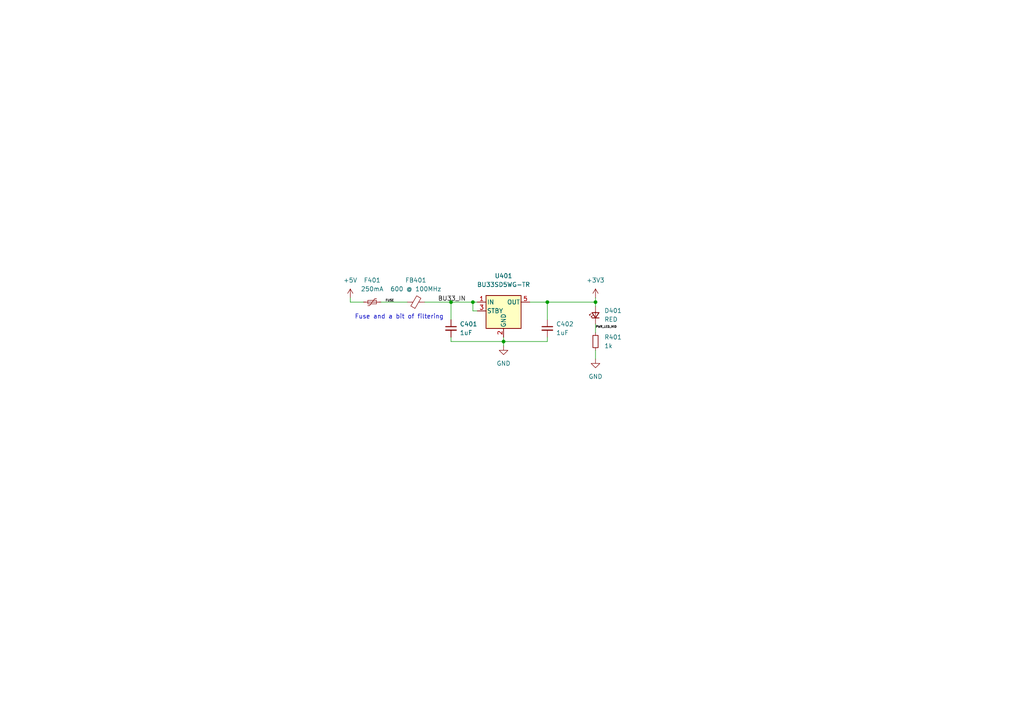
<source format=kicad_sch>
(kicad_sch (version 20211123) (generator eeschema)
  (paper "A4")
  (lib_symbols
    (symbol "Device:C_Small" (pin_numbers hide) (pin_names (offset 0.254) hide)
      (property "Reference" "C" (at 0.254 1.778 0))
      (property "Value" "C_Small" (at 0.254 -2.032 0))
      (symbol "C_Small_0_1"
        (polyline (pts (xy -1.524 -0.508) (xy 1.524 -0.508)) (stroke (width 0.3302)))
        (polyline (pts (xy -1.524 0.508) (xy 1.524 0.508)) (stroke (width 0.3048)))
      )
      (symbol "C_Small_1_1"
        (pin passive line (at 0 2.54 270) (length 2.032) (name "~") (number "1"))
        (pin passive line (at 0 -2.54 90) (length 2.032) (name "~") (number "2"))
      )
    )
    (symbol "Device:FerriteBead_Small" (pin_numbers hide) (pin_names (offset 0))
      (property "Reference" "FB" (at 1.905 1.27 0))
      (property "Value" "FerriteBead_Small" (at 1.905 -1.27 0))
      (symbol "FerriteBead_Small_0_1"
        (polyline (pts (xy 0 -1.27) (xy 0 -0.7874)))
        (polyline (pts (xy 0 0.889) (xy 0 1.2954)))
        (polyline (pts (xy -1.8288 0.2794) (xy -1.1176 1.4986) (xy 1.8288 -0.2032) (xy 1.1176 -1.4224) (xy -1.8288 0.2794)))
      )
      (symbol "FerriteBead_Small_1_1"
        (pin passive line (at 0 2.54 270) (length 1.27) (name "~") (number "1"))
        (pin passive line (at 0 -2.54 90) (length 1.27) (name "~") (number "2"))
      )
    )
    (symbol "Device:LED_Small" (pin_numbers hide) (pin_names (offset 0.254) hide)
      (property "Reference" "D" (at -1.27 3.175 0))
      (property "Value" "LED_Small" (at -4.445 -2.54 0))
      (symbol "LED_Small_0_1"
        (polyline (pts (xy -0.762 -1.016) (xy -0.762 1.016)) (stroke (width 0.254)))
        (polyline (pts (xy 1.016 0) (xy -0.762 0)))
        (polyline (pts (xy 0.762 -1.016) (xy -0.762 0) (xy 0.762 1.016) (xy 0.762 -1.016)) (stroke (width 0.254)))
        (polyline (pts (xy 0 0.762) (xy -0.508 1.27) (xy -0.254 1.27) (xy -0.508 1.27) (xy -0.508 1.016)))
        (polyline (pts (xy 0.508 1.27) (xy 0 1.778) (xy 0.254 1.778) (xy 0 1.778) (xy 0 1.524)))
      )
      (symbol "LED_Small_1_1"
        (pin passive line (at -2.54 0 0) (length 1.778) (name "K") (number "1"))
        (pin passive line (at 2.54 0 180) (length 1.778) (name "A") (number "2"))
      )
    )
    (symbol "Device:Polyfuse_Small" (pin_numbers hide) (pin_names (offset 0))
      (property "Reference" "F" (at -1.905 0 90))
      (property "Value" "Polyfuse_Small" (at 1.905 0 90))
      (symbol "Polyfuse_Small_0_1"
        (rectangle (start -0.508 1.27) (end 0.508 -1.27))
        (polyline (pts (xy 0 2.54) (xy 0 -2.54)))
        (polyline (pts (xy -1.016 1.27) (xy -1.016 0.762) (xy 1.016 -0.762) (xy 1.016 -1.27)))
      )
      (symbol "Polyfuse_Small_1_1"
        (pin passive line (at 0 2.54 270) (length 0.635) (name "~") (number "1"))
        (pin passive line (at 0 -2.54 90) (length 0.635) (name "~") (number "2"))
      )
    )
    (symbol "Device:R_Small" (pin_numbers hide) (pin_names (offset 0.254) hide)
      (property "Reference" "R" (at 0.762 0.508 0))
      (property "Value" "R_Small" (at 0.762 -1.016 0))
      (symbol "R_Small_0_1"
        (rectangle (start -0.762 1.778) (end 0.762 -1.778) (stroke (width 0.2032)))
      )
      (symbol "R_Small_1_1"
        (pin passive line (at 0 2.54 270) (length 0.762) (name "~") (number "1"))
        (pin passive line (at 0 -2.54 90) (length 0.762) (name "~") (number "2"))
      )
    )
    (symbol "WITNS_ROHM:BU33SD5WG-TR" (pin_names (offset 0.254))
      (property "Reference" "U?" (at 0 10.16 0))
      (property "Value" "BU33SD5WG-TR" (at 0 7.62 0))
      (symbol "BU33SD5WG-TR_0_1"
        (rectangle (start -5.08 4.445) (end 5.08 -5.08) (stroke (width 0.254)) (fill (type background)))
      )
      (symbol "BU33SD5WG-TR_1_1"
        (pin power_in line (at -7.62 2.54 0) (length 2.54) (name "IN") (number "1"))
        (pin power_in line (at 0 -7.62 90) (length 2.54) (name "GND") (number "2"))
        (pin input line (at -7.62 0 0) (length 2.54) (name "STBY") (number "3"))
        (pin no_connect line (at 5.08 0 180) (length 2.54) hide (name "NC") (number "4"))
        (pin power_out line (at 7.62 2.54 180) (length 2.54) (name "OUT") (number "5"))
      )
    )
    (symbol "power:+3.3V" (power) (pin_names (offset 0))
      (property "Value" "+3.3V" (at 0 3.556 0))
      (symbol "+3.3V_0_1"
        (polyline (pts (xy -0.762 1.27) (xy 0 2.54)))
        (polyline (pts (xy 0 0) (xy 0 2.54)))
        (polyline (pts (xy 0 2.54) (xy 0.762 1.27)))
      )
      (symbol "+3.3V_1_1"
        (pin power_in line (at 0 0 90) (length 0) hide (name "+3V3") (number "1"))
      )
    )
    (symbol "power:+5V" (power) (pin_names (offset 0))
      (property "Value" "+5V" (at 0 3.556 0))
      (symbol "+5V_0_1"
        (polyline (pts (xy -0.762 1.27) (xy 0 2.54)))
        (polyline (pts (xy 0 0) (xy 0 2.54)))
        (polyline (pts (xy 0 2.54) (xy 0.762 1.27)))
      )
      (symbol "+5V_1_1"
        (pin power_in line (at 0 0 90) (length 0) hide (name "+5V") (number "1"))
      )
    )
    (symbol "power:GND" (power) (pin_names (offset 0))
      (property "Value" "GND" (at 0 -3.81 0))
      (symbol "GND_0_1"
        (polyline (pts (xy 0 0) (xy 0 -1.27) (xy 1.27 -1.27) (xy 0 -2.54) (xy -1.27 -1.27) (xy 0 -1.27)))
      )
      (symbol "GND_1_1"
        (pin power_in line (at 0 0 270) (length 0) hide (name "GND") (number "1"))
      )
    )
  )
  (junction (at 137.16 87.63))
  (junction (at 158.75 87.63))
  (junction (at 172.72 87.63))
  (junction (at 130.81 87.63))
  (junction (at 146.05 99.06))
  (wire (pts (xy 146.05 99.06) (xy 158.75 99.06)))
  (wire (pts (xy 146.05 97.79) (xy 146.05 99.06)))
  (wire (pts (xy 172.72 101.6) (xy 172.72 104.14)))
  (wire (pts (xy 172.72 86.36) (xy 172.72 87.63)))
  (wire (pts (xy 158.75 87.63) (xy 158.75 92.71)))
  (wire (pts (xy 137.16 87.63) (xy 130.81 87.63)))
  (wire (pts (xy 158.75 99.06) (xy 158.75 97.79)))
  (wire (pts (xy 137.16 87.63) (xy 138.43 87.63)))
  (wire (pts (xy 153.67 87.63) (xy 158.75 87.63)))
  (wire (pts (xy 172.72 93.98) (xy 172.72 96.52)))
  (wire (pts (xy 101.6 86.36) (xy 101.6 87.63)))
  (wire (pts (xy 146.05 99.06) (xy 130.81 99.06)))
  (wire (pts (xy 138.43 90.17) (xy 137.16 90.17)))
  (wire (pts (xy 123.19 87.63) (xy 130.81 87.63)))
  (wire (pts (xy 130.81 87.63) (xy 130.81 92.71)))
  (wire (pts (xy 158.75 87.63) (xy 172.72 87.63)))
  (wire (pts (xy 146.05 99.06) (xy 146.05 100.33)))
  (wire (pts (xy 110.49 87.63) (xy 118.11 87.63)))
  (wire (pts (xy 172.72 87.63) (xy 172.72 88.9)))
  (wire (pts (xy 101.6 87.63) (xy 105.41 87.63)))
  (wire (pts (xy 137.16 90.17) (xy 137.16 87.63)))
  (wire (pts (xy 130.81 99.06) (xy 130.81 97.79)))
  (text "Fuse and a bit of filtering\n" (at 102.87 92.71 0) (effects (font (size 1.27 1.27)) (justify left bottom)))
  (label "BU33_IN" (at 127 87.63 0))
  (label "FUSE" (at 111.76 87.63 0) (effects (font (size 0.63 0.63))))
  (label "PWR_LED_MID" (at 172.72 95.25 0) (effects (font (size 0.6 0.6))))
  (symbol (lib_id "power:+3.3V") (at 172.72 86.36 0) (unit 1)
    (property "Reference" "#PWR0403" (effects hide))
    (property "Value" "+3.3V" (at 172.72 81.28 0))
  )
  (symbol (lib_id "Device:C_Small") (at 158.75 95.25 0) (unit 1)
    (property "Reference" "C402" (at 161.29 93.9862 0) (effects (justify left)))
    (property "Value" "1uF" (at 161.29 96.5262 0) (effects (justify left)))
    (property "Footprint" "Capacitor_SMD:C_0603_1608Metric_Pad1.08x0.95mm_HandSolder" (effects hide))
  )
  (symbol (lib_id "Device:Polyfuse_Small") (at 107.95 87.63 90) (unit 1)
    (property "Reference" "F401" (at 107.95 81.28 90))
    (property "Value" "250mA" (at 107.95 83.82 90))
    (property "Footprint" "Fuse:Fuse_1206_3216Metric_Pad1.42x1.75mm_HandSolder" (effects hide))
    (property "Farnell" "2834880" (effects hide))
  )
  (symbol (lib_id "power:GND") (at 146.05 100.33 0) (unit 1)
    (property "Reference" "#PWR0402" (effects hide))
    (property "Value" "GND" (at 146.05 105.41 0))
  )
  (symbol (lib_id "Device:R_Small") (at 172.72 99.06 0) (unit 1)
    (property "Reference" "R401" (at 175.26 97.7899 0) (effects (justify left)))
    (property "Value" "1k" (at 175.26 100.3299 0) (effects (justify left)))
    (property "Footprint" "Resistor_SMD:R_0603_1608Metric_Pad0.98x0.95mm_HandSolder" (effects hide))
  )
  (symbol (lib_id "power:+5V") (at 101.6 86.36 0) (unit 1)
    (property "Reference" "#PWR0401" (effects hide))
    (property "Value" "+5V" (at 101.6 81.28 0))
  )
  (symbol (lib_id "Device:LED_Small") (at 172.72 91.44 90) (unit 1)
    (property "Reference" "D401" (at 175.26 90.1064 90) (effects (justify right)))
    (property "Value" "RED" (at 175.26 92.6464 90) (effects (justify right)))
    (property "Footprint" "LED_SMD:LED_0603_1608Metric_Pad1.05x0.95mm_HandSolder" (effects hide))
  )
  (symbol (lib_id "Device:C_Small") (at 130.81 95.25 0) (unit 1)
    (property "Reference" "C401" (at 133.35 93.9862 0) (effects (justify left)))
    (property "Value" "1uF" (at 133.35 96.5262 0) (effects (justify left)))
    (property "Footprint" "Capacitor_SMD:C_0603_1608Metric_Pad1.08x0.95mm_HandSolder" (effects hide))
  )
  (symbol (lib_id "Device:FerriteBead_Small") (at 120.65 87.63 90) (unit 1)
    (property "Reference" "FB401" (at 120.6119 81.28 90))
    (property "Value" "600 @ 100MHz" (at 120.6119 83.82 90))
    (property "Footprint" "Inductor_SMD:L_0805_2012Metric_Pad1.05x1.20mm_HandSolder" (effects hide))
    (property "Farnell" "2292460" (effects hide))
    (property "Footprint" "Inductor_SMD:L_0805_2012Metric_Pad1.15x1.40mm_HandSolder" (effects hide))
    (property "Reference" "FB1" (effects hide))
    (property "Value" "600 @ 100MHz" (effects hide))
  )
  (symbol (lib_id "power:GND") (at 172.72 104.14 0) (unit 1)
    (property "Reference" "#PWR0404" (effects hide))
    (property "Value" "GND" (at 172.72 109.22 0))
  )
  (symbol (lib_id "WITNS_ROHM:BU33SD5WG-TR") (at 146.05 90.17 0) (unit 1)
    (property "Reference" "U401" (at 146.05 80.01 0))
    (property "Value" "BU33SD5WG-TR" (at 146.05 82.55 0))
    (property "Footprint" "Package_TO_SOT_SMD:SOT-23-5" (effects hide))
    (property "Datasheet" "https://fscdn.rohm.com/en/products/databook/datasheet/ic/power/linear_regulator/buxxsd5wg-e.pdf" (effects hide))
  )
)
</source>
